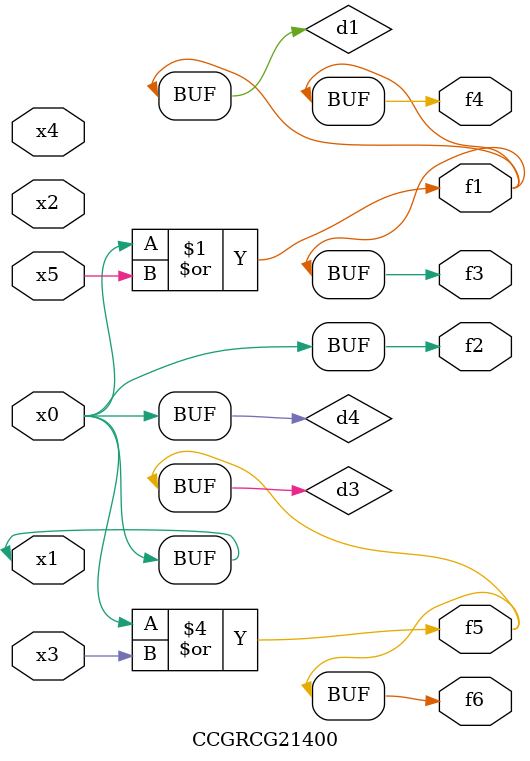
<source format=v>
module CCGRCG21400(
	input x0, x1, x2, x3, x4, x5,
	output f1, f2, f3, f4, f5, f6
);

	wire d1, d2, d3, d4;

	or (d1, x0, x5);
	xnor (d2, x1, x4);
	or (d3, x0, x3);
	buf (d4, x0, x1);
	assign f1 = d1;
	assign f2 = d4;
	assign f3 = d1;
	assign f4 = d1;
	assign f5 = d3;
	assign f6 = d3;
endmodule

</source>
